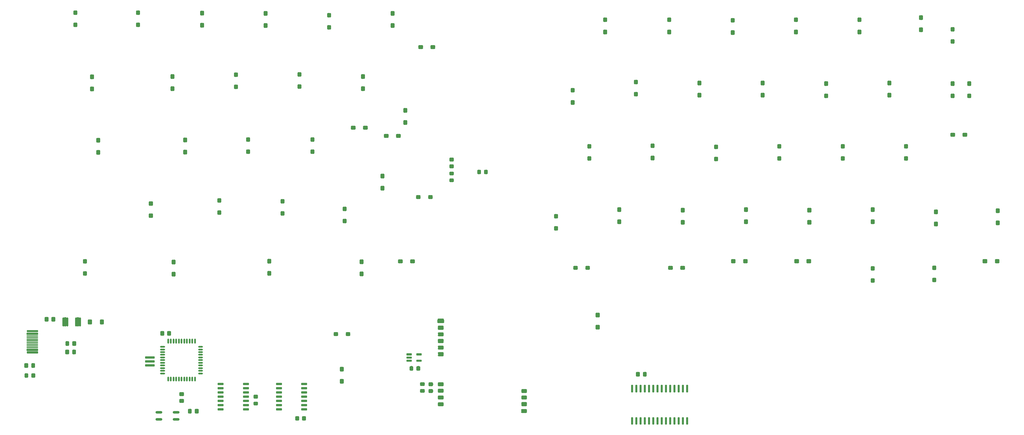
<source format=gbr>
%TF.GenerationSoftware,KiCad,Pcbnew,8.0.2-1*%
%TF.CreationDate,2024-05-14T21:34:08+09:00*%
%TF.ProjectId,us,75732e6b-6963-4616-945f-706362585858,rev?*%
%TF.SameCoordinates,Original*%
%TF.FileFunction,Paste,Bot*%
%TF.FilePolarity,Positive*%
%FSLAX46Y46*%
G04 Gerber Fmt 4.6, Leading zero omitted, Abs format (unit mm)*
G04 Created by KiCad (PCBNEW 8.0.2-1) date 2024-05-14 21:34:08*
%MOMM*%
%LPD*%
G01*
G04 APERTURE LIST*
%ADD10C,0.500000*%
%ADD11C,0.700000*%
%ADD12C,0.300000*%
%ADD13C,0.650010*%
%ADD14C,0.350010*%
%ADD15C,0.600000*%
%ADD16C,0.550010*%
%ADD17C,1.170030*%
%ADD18C,0.629970*%
%ADD19C,0.624990*%
%ADD20C,0.000000*%
%ADD21C,0.800000*%
G04 APERTURE END LIST*
D10*
X139650000Y44030000D02*
X141190000Y44020000D01*
X139690000Y44860000D02*
X141150000Y44860000D01*
D11*
X139710000Y44390000D02*
X141100000Y44390000D01*
D10*
X139805035Y41999970D02*
X141054965Y41999970D01*
X139805035Y42700000D02*
X141054965Y42700000D01*
D11*
X139904855Y42349980D02*
X140954885Y42349980D01*
D10*
X139815035Y40029970D02*
X141064965Y40029970D01*
X139815035Y40730000D02*
X141064965Y40730000D01*
D11*
X139914855Y40379980D02*
X140964885Y40379980D01*
D10*
X139785035Y38029970D02*
X141034965Y38029970D01*
X139785035Y38730000D02*
X141034965Y38730000D01*
D11*
X139884855Y38379980D02*
X140934885Y38379980D01*
D10*
X139815035Y36049970D02*
X141064965Y36049970D01*
X139815035Y36750000D02*
X141064965Y36750000D01*
D11*
X139914855Y36399980D02*
X140964885Y36399980D01*
D10*
X139815035Y34049970D02*
X141064965Y34049970D01*
X139815035Y34750000D02*
X141064965Y34750000D01*
D11*
X139914855Y34399980D02*
X140964885Y34399980D01*
D10*
X164815035Y23019970D02*
X166064965Y23019970D01*
X164815035Y23720000D02*
X166064965Y23720000D01*
D11*
X164914855Y23369980D02*
X165964885Y23369980D01*
D10*
X164805035Y21049970D02*
X166054965Y21049970D01*
X164805035Y21750000D02*
X166054965Y21750000D01*
D11*
X164904855Y21399980D02*
X165954885Y21399980D01*
D10*
X164805035Y19059970D02*
X166054965Y19059970D01*
X164805035Y19760000D02*
X166054965Y19760000D01*
D11*
X164904855Y19409980D02*
X165954885Y19409980D01*
D10*
X164795035Y16999970D02*
X166044965Y16999970D01*
X164795035Y17700000D02*
X166044965Y17700000D01*
D11*
X164894855Y17349980D02*
X165944885Y17349980D01*
D10*
X139795035Y19039970D02*
X141044965Y19039970D01*
X139795035Y19740000D02*
X141044965Y19740000D01*
D11*
X139894855Y19389980D02*
X140944885Y19389980D01*
D10*
X139795035Y21049970D02*
X141044965Y21049970D01*
X139795035Y21750000D02*
X141044965Y21750000D01*
D11*
X139894855Y21399980D02*
X140944885Y21399980D01*
D10*
X139780150Y23049990D02*
X141030080Y23049990D01*
X139780150Y23750020D02*
X141030080Y23750020D01*
D11*
X139879970Y23400000D02*
X140930000Y23400000D01*
D12*
X16400020Y41330120D02*
X19450050Y41330120D01*
X16400020Y41479980D02*
X19450050Y41479980D01*
X16400020Y41180000D02*
X19450050Y41180000D01*
X16349980Y40530020D02*
X19450050Y40530020D01*
X16349980Y40679880D02*
X19450050Y40679880D01*
X16349980Y40379900D02*
X19450050Y40379900D01*
X16349980Y39880030D02*
X19450050Y39880030D01*
X16349980Y39379910D02*
X19450050Y39379910D01*
X16349980Y38880030D02*
X19450050Y38880030D01*
X16400020Y34930080D02*
X19450050Y34930080D01*
X16400020Y35079940D02*
X19450050Y35079940D01*
X16400020Y34779970D02*
X19450050Y34779970D01*
X16349980Y35729930D02*
X19450050Y35729930D01*
X16349980Y35880040D02*
X19450050Y35880040D01*
X16349980Y35580070D02*
X19450050Y35580070D01*
X16349980Y36379910D02*
X19450050Y36379910D01*
X16349980Y36880040D02*
X19450050Y36880040D01*
X16349980Y37379910D02*
X19450050Y37379910D01*
X16349980Y37880040D02*
X19450050Y37880040D01*
X16349980Y38379910D02*
X19450050Y38379910D01*
D13*
X67200020Y16925040D02*
X67200020Y17675100D01*
D10*
X66874900Y16850110D02*
X66874900Y17750030D01*
X67524880Y16850110D02*
X67524880Y17750030D01*
D13*
X65149980Y16925040D02*
X65149980Y17675100D01*
D10*
X64825120Y16850110D02*
X64825120Y17750030D01*
X65475100Y16850110D02*
X65475100Y17750030D01*
D12*
X214336120Y23100030D02*
X214336120Y24999950D01*
X214186260Y23100030D02*
X214186260Y24999950D01*
X214486240Y23100030D02*
X214486240Y24999950D01*
X214336120Y13400020D02*
X214336120Y15299940D01*
X214186260Y13400020D02*
X214186260Y15299940D01*
X214486240Y13400020D02*
X214486240Y15299940D01*
X213066120Y23100030D02*
X213066120Y24999950D01*
X212916260Y23100030D02*
X212916260Y24999950D01*
X213216240Y23100030D02*
X213216240Y24999950D01*
X213066120Y13400020D02*
X213066120Y15299940D01*
X212916260Y13400020D02*
X212916260Y15299940D01*
X213216240Y13400020D02*
X213216240Y15299940D01*
X211796120Y23100030D02*
X211796120Y24999950D01*
X211646260Y23100030D02*
X211646260Y24999950D01*
X211946240Y23100030D02*
X211946240Y24999950D01*
X211796120Y13400020D02*
X211796120Y15299940D01*
X211646260Y13400020D02*
X211646260Y15299940D01*
X211946240Y13400020D02*
X211946240Y15299940D01*
X210526120Y23100030D02*
X210526120Y24999950D01*
X210376260Y23100030D02*
X210376260Y24999950D01*
X210676240Y23100030D02*
X210676240Y24999950D01*
X210526120Y13400020D02*
X210526120Y15299940D01*
X210376260Y13400020D02*
X210376260Y15299940D01*
X210676240Y13400020D02*
X210676240Y15299940D01*
X209256120Y23100030D02*
X209256120Y24999950D01*
X209106260Y23100030D02*
X209106260Y24999950D01*
X209406240Y23100030D02*
X209406240Y24999950D01*
X209256120Y13400020D02*
X209256120Y15299940D01*
X209106260Y13400020D02*
X209106260Y15299940D01*
X209406240Y13400020D02*
X209406240Y15299940D01*
X207986120Y23100030D02*
X207986120Y24999950D01*
X207836260Y23100030D02*
X207836260Y24999950D01*
X208136240Y23100030D02*
X208136240Y24999950D01*
X207986120Y13400020D02*
X207986120Y15299940D01*
X207836260Y13400020D02*
X207836260Y15299940D01*
X208136240Y13400020D02*
X208136240Y15299940D01*
X206716120Y23100030D02*
X206716120Y24999950D01*
X206566260Y23100030D02*
X206566260Y24999950D01*
X206866240Y23100030D02*
X206866240Y24999950D01*
X206716120Y13400020D02*
X206716120Y15299940D01*
X206566260Y13400020D02*
X206566260Y15299940D01*
X206866240Y13400020D02*
X206866240Y15299940D01*
X205446120Y23100030D02*
X205446120Y24999950D01*
X205296260Y23100030D02*
X205296260Y24999950D01*
X205596240Y23100030D02*
X205596240Y24999950D01*
X205446120Y13400020D02*
X205446120Y15299940D01*
X205296260Y13400020D02*
X205296260Y15299940D01*
X205596240Y13400020D02*
X205596240Y15299940D01*
X204176120Y23100030D02*
X204176120Y24999950D01*
X204026260Y23100030D02*
X204026260Y24999950D01*
X204326240Y23100030D02*
X204326240Y24999950D01*
X204176120Y13400020D02*
X204176120Y15299940D01*
X204026260Y13400020D02*
X204026260Y15299940D01*
X204326240Y13400020D02*
X204326240Y15299940D01*
X202906120Y23100030D02*
X202906120Y24999950D01*
X202756260Y23100030D02*
X202756260Y24999950D01*
X203056240Y23100030D02*
X203056240Y24999950D01*
X202906120Y13400020D02*
X202906120Y15299940D01*
X202756260Y13400020D02*
X202756260Y15299940D01*
X203056240Y13400020D02*
X203056240Y15299940D01*
X201636120Y23100030D02*
X201636120Y24999950D01*
X201486260Y23100030D02*
X201486260Y24999950D01*
X201786240Y23100030D02*
X201786240Y24999950D01*
X201636120Y13400020D02*
X201636120Y15299940D01*
X201486260Y13400020D02*
X201486260Y15299940D01*
X201786240Y13400020D02*
X201786240Y15299940D01*
X200366120Y23100030D02*
X200366120Y24999950D01*
X200216260Y23100030D02*
X200216260Y24999950D01*
X200516240Y23100030D02*
X200516240Y24999950D01*
X200366120Y13400020D02*
X200366120Y15299940D01*
X200216260Y13400020D02*
X200216260Y15299940D01*
X200516240Y13400020D02*
X200516240Y15299940D01*
X199096120Y23100030D02*
X199096120Y24999950D01*
X198946260Y23100030D02*
X198946260Y24999950D01*
X199246240Y23100030D02*
X199246240Y24999950D01*
X199096120Y13400020D02*
X199096120Y15299940D01*
X198946260Y13400020D02*
X198946260Y15299940D01*
X199246240Y13400020D02*
X199246240Y15299940D01*
X197826120Y23100030D02*
X197826120Y24999950D01*
X197676260Y23100030D02*
X197676260Y24999950D01*
X197976240Y23100030D02*
X197976240Y24999950D01*
X197826120Y13400020D02*
X197826120Y15299940D01*
X197676260Y13400020D02*
X197676260Y15299940D01*
X197976240Y13400020D02*
X197976240Y15299940D01*
D14*
X91149930Y25439880D02*
X92600020Y25439880D01*
X91149930Y25614880D02*
X92600020Y25614880D01*
X91149930Y25265130D02*
X92600020Y25265130D01*
X98750120Y25439880D02*
X100199950Y25439880D01*
X98750120Y25614880D02*
X100199950Y25614880D01*
X98750120Y25265130D02*
X100199950Y25265130D01*
X91149930Y24169880D02*
X92600020Y24169880D01*
X91149930Y24344880D02*
X92600020Y24344880D01*
X91149930Y23995130D02*
X92600020Y23995130D01*
X98750120Y24169880D02*
X100199950Y24169880D01*
X98750120Y24344880D02*
X100199950Y24344880D01*
X98750120Y23995130D02*
X100199950Y23995130D01*
X91149930Y22899880D02*
X92600020Y22899880D01*
X91149930Y23074880D02*
X92600020Y23074880D01*
X91149930Y22725130D02*
X92600020Y22725130D01*
X98750120Y22899880D02*
X100199950Y22899880D01*
X98750120Y23074880D02*
X100199950Y23074880D01*
X98750120Y22725130D02*
X100199950Y22725130D01*
X91149930Y21629880D02*
X92600020Y21629880D01*
X91149930Y21804880D02*
X92600020Y21804880D01*
X91149930Y21455130D02*
X92600020Y21455130D01*
X98750120Y21629880D02*
X100199950Y21629880D01*
X98750120Y21804880D02*
X100199950Y21804880D01*
X98750120Y21455130D02*
X100199950Y21455130D01*
X91149930Y20359880D02*
X92600020Y20359880D01*
X91149930Y20534880D02*
X92600020Y20534880D01*
X91149930Y20185130D02*
X92600020Y20185130D01*
X98750120Y20359880D02*
X100199950Y20359880D01*
X98750120Y20534880D02*
X100199950Y20534880D01*
X98750120Y20185130D02*
X100199950Y20185130D01*
X91149930Y19089880D02*
X92600020Y19089880D01*
X91149930Y19264880D02*
X92600020Y19264880D01*
X91149930Y18915130D02*
X92600020Y18915130D01*
X98750120Y19089880D02*
X100199950Y19089880D01*
X98750120Y19264880D02*
X100199950Y19264880D01*
X98750120Y18915130D02*
X100199950Y18915130D01*
X91149930Y17819880D02*
X92600020Y17819880D01*
X91149930Y17994880D02*
X92600020Y17994880D01*
X91149930Y17645130D02*
X92600020Y17645130D01*
X98750120Y17819880D02*
X100199950Y17819880D01*
X98750120Y17994880D02*
X100199950Y17994880D01*
X98750120Y17645130D02*
X100199950Y17645130D01*
D15*
X110674910Y29554930D02*
X110674910Y30355030D01*
X110374940Y29554930D02*
X110374940Y30355030D01*
X110974890Y29554930D02*
X110974890Y30355030D01*
X110674910Y25904950D02*
X110674910Y26705050D01*
X110374940Y25904950D02*
X110374940Y26705050D01*
X110974890Y25904950D02*
X110974890Y26705050D01*
X122925080Y87555070D02*
X122925080Y88354920D01*
X122625100Y87555070D02*
X122625100Y88354920D01*
X123225050Y87555070D02*
X123225050Y88354920D01*
X122925080Y83905090D02*
X122925080Y84704940D01*
X122625100Y83905090D02*
X122625100Y84704940D01*
X123225050Y83905090D02*
X123225050Y84704940D01*
D16*
X67900040Y28630120D02*
X68850000Y28630120D01*
X67900040Y29429960D02*
X68850000Y29429960D01*
X67900040Y30230060D02*
X68850000Y30230060D01*
X67900040Y31029910D02*
X68850000Y31029910D01*
X67900040Y31830010D02*
X68850000Y31830010D01*
X67900040Y32630110D02*
X68850000Y32630110D01*
X67900040Y33429960D02*
X68850000Y33429960D01*
X67900040Y34230060D02*
X68850000Y34230060D01*
X67900040Y35029900D02*
X68850000Y35029900D01*
X67900040Y35830000D02*
X68850000Y35830000D01*
X67900040Y36630100D02*
X68850000Y36630100D01*
X66675000Y37854890D02*
X66675000Y38805100D01*
X65874900Y37854890D02*
X65874900Y38805100D01*
X65075050Y37854890D02*
X65075050Y38805100D01*
X64274950Y37854890D02*
X64274950Y38805100D01*
X63475110Y37854890D02*
X63475110Y38805100D01*
X62675010Y37854890D02*
X62675010Y38805100D01*
X61874910Y37854890D02*
X61874910Y38805100D01*
X61075060Y37854890D02*
X61075060Y38805100D01*
X60274960Y37854890D02*
X60274960Y38805100D01*
X59475120Y37854890D02*
X59475120Y38805100D01*
X58675020Y37854890D02*
X58675020Y38805100D01*
X56500010Y36630100D02*
X57449970Y36630100D01*
X56500010Y35830000D02*
X57449970Y35830000D01*
X56500010Y35029900D02*
X57449970Y35029900D01*
X56500010Y34230060D02*
X57449970Y34230060D01*
X56500010Y33429960D02*
X57449970Y33429960D01*
X56500010Y32630110D02*
X57449970Y32630110D01*
X56500010Y31830010D02*
X57449970Y31830010D01*
X56500010Y31029910D02*
X57449970Y31029910D01*
X56500010Y30230060D02*
X57449970Y30230060D01*
X56500010Y29429960D02*
X57449970Y29429960D01*
X56500010Y28630120D02*
X57449970Y28630120D01*
X58675020Y26455120D02*
X58675020Y27405080D01*
X59475120Y26455120D02*
X59475120Y27405080D01*
X60274960Y26455120D02*
X60274960Y27405080D01*
X61075060Y26455120D02*
X61075060Y27405080D01*
X61874910Y26455120D02*
X61874910Y27405080D01*
X62675010Y26455120D02*
X62675010Y27405080D01*
X63475110Y26455120D02*
X63475110Y27405080D01*
X64274950Y26455120D02*
X64274950Y27405080D01*
X65075050Y26455120D02*
X65075050Y27405080D01*
X65874900Y26455120D02*
X65874900Y27405080D01*
X66675000Y26455120D02*
X66675000Y27405080D01*
D15*
X241949990Y92829890D02*
X241949990Y93629990D01*
X241650010Y92829890D02*
X241650010Y93629990D01*
X242249960Y92829890D02*
X242249960Y93629990D01*
X241949990Y96480120D02*
X241949990Y97279970D01*
X241650010Y96480120D02*
X241650010Y97279970D01*
X242249960Y96480120D02*
X242249960Y97279970D01*
X59894980Y117424960D02*
X59894980Y118225060D01*
X59595000Y117424960D02*
X59595000Y118225060D01*
X60194950Y117424960D02*
X60194950Y118225060D01*
X59894980Y113774980D02*
X59894980Y114575080D01*
X59595000Y113774980D02*
X59595000Y114575080D01*
X60194950Y113774980D02*
X60194950Y114575080D01*
X87834980Y136394950D02*
X87834980Y137195050D01*
X87535000Y136394950D02*
X87535000Y137195050D01*
X88134950Y136394950D02*
X88134950Y137195050D01*
X87834980Y132744970D02*
X87834980Y133545070D01*
X87535000Y132744970D02*
X87535000Y133545070D01*
X88134950Y132744970D02*
X88134950Y133545070D01*
X78944980Y117979950D02*
X78944980Y118780050D01*
X78645000Y117979950D02*
X78645000Y118780050D01*
X79244950Y117979950D02*
X79244950Y118780050D01*
X78944980Y114329970D02*
X78944980Y115130070D01*
X78645000Y114329970D02*
X78645000Y115130070D01*
X79244950Y114329970D02*
X79244950Y115130070D01*
X97994980Y114409980D02*
X97994980Y115210080D01*
X97695000Y114409980D02*
X97695000Y115210080D01*
X98294950Y114409980D02*
X98294950Y115210080D01*
X97994980Y118059960D02*
X97994980Y118860060D01*
X97695000Y118059960D02*
X97695000Y118860060D01*
X98294950Y118059960D02*
X98294950Y118860060D01*
X129744980Y107264960D02*
X129744980Y108065060D01*
X129445000Y107264960D02*
X129445000Y108065060D01*
X130044950Y107264960D02*
X130044950Y108065060D01*
X129744980Y103614980D02*
X129744980Y104415080D01*
X129445000Y103614980D02*
X129445000Y104415080D01*
X130044950Y103614980D02*
X130044950Y104415080D01*
X37669980Y98294950D02*
X37669980Y99095050D01*
X37370000Y98294950D02*
X37370000Y99095050D01*
X37969950Y98294950D02*
X37969950Y99095050D01*
X37669980Y94644970D02*
X37669980Y95445070D01*
X37370000Y94644970D02*
X37370000Y95445070D01*
X37969950Y94644970D02*
X37969950Y95445070D01*
X63704980Y98374960D02*
X63704980Y99175060D01*
X63405000Y98374960D02*
X63405000Y99175060D01*
X64004950Y98374960D02*
X64004950Y99175060D01*
X63704980Y94724980D02*
X63704980Y95525080D01*
X63405000Y94724980D02*
X63405000Y95525080D01*
X64004950Y94724980D02*
X64004950Y95525080D01*
X82627980Y98501960D02*
X82627980Y99302060D01*
X82328000Y98501960D02*
X82328000Y99302060D01*
X82927950Y98501960D02*
X82927950Y99302060D01*
X82627980Y94851980D02*
X82627980Y95652080D01*
X82328000Y94851980D02*
X82328000Y95652080D01*
X82927950Y94851980D02*
X82927950Y95652080D01*
X101931980Y98501960D02*
X101931980Y99302060D01*
X101632000Y98501960D02*
X101632000Y99302060D01*
X102231950Y98501960D02*
X102231950Y99302060D01*
X101931980Y94851980D02*
X101931980Y95652080D01*
X101632000Y94851980D02*
X101632000Y95652080D01*
X102231950Y94851980D02*
X102231950Y95652080D01*
X113723930Y102458010D02*
X114524030Y102458010D01*
X113723930Y102757990D02*
X114524030Y102757990D01*
X113723930Y102158040D02*
X114524030Y102158040D01*
X117373910Y102458010D02*
X118174010Y102458010D01*
X117373910Y102757990D02*
X118174010Y102757990D01*
X117373910Y102158040D02*
X118174010Y102158040D01*
X127279910Y100045010D02*
X128080010Y100045010D01*
X127279910Y100344990D02*
X128080010Y100344990D01*
X127279910Y99745040D02*
X128080010Y99745040D01*
X123629930Y100045010D02*
X124430030Y100045010D01*
X123629930Y100344990D02*
X124430030Y100344990D01*
X123629930Y99745040D02*
X124430030Y99745040D01*
X53425090Y79304900D02*
X53425090Y80105000D01*
X53125120Y79304900D02*
X53125120Y80105000D01*
X53725060Y79304900D02*
X53725060Y80105000D01*
X53425090Y75654920D02*
X53425090Y76455020D01*
X53125120Y75654920D02*
X53125120Y76455020D01*
X53725060Y75654920D02*
X53725060Y76455020D01*
X73991980Y80213960D02*
X73991980Y81014060D01*
X73692000Y80213960D02*
X73692000Y81014060D01*
X74291950Y80213960D02*
X74291950Y81014060D01*
X73991980Y76563980D02*
X73991980Y77364080D01*
X73692000Y76563980D02*
X73692000Y77364080D01*
X74291950Y76563980D02*
X74291950Y77364080D01*
X92914980Y79959960D02*
X92914980Y80760060D01*
X92615000Y79959960D02*
X92615000Y80760060D01*
X93214950Y79959960D02*
X93214950Y80760060D01*
X92914980Y76309980D02*
X92914980Y77110080D01*
X92615000Y76309980D02*
X92615000Y77110080D01*
X93214950Y76309980D02*
X93214950Y77110080D01*
X111583980Y77673960D02*
X111583980Y78474060D01*
X111284000Y77673960D02*
X111284000Y78474060D01*
X111883950Y77673960D02*
X111883950Y78474060D01*
X111583980Y74023980D02*
X111583980Y74824080D01*
X111284000Y74023980D02*
X111284000Y74824080D01*
X111883950Y74023980D02*
X111883950Y74824080D01*
X33675070Y58275980D02*
X33675070Y59076080D01*
X33375090Y58275980D02*
X33375090Y59076080D01*
X33975040Y58275980D02*
X33975040Y59076080D01*
X33675070Y61925960D02*
X33675070Y62726060D01*
X33375090Y61925960D02*
X33375090Y62726060D01*
X33975040Y61925960D02*
X33975040Y62726060D01*
X60275980Y61718950D02*
X60275980Y62519050D01*
X59976000Y61718950D02*
X59976000Y62519050D01*
X60575950Y61718950D02*
X60575950Y62519050D01*
X60275980Y58068970D02*
X60275980Y58869070D01*
X59976000Y58068970D02*
X59976000Y58869070D01*
X60575950Y58068970D02*
X60575950Y58869070D01*
X35764980Y117344950D02*
X35764980Y118145050D01*
X35465000Y117344950D02*
X35465000Y118145050D01*
X36064950Y117344950D02*
X36064950Y118145050D01*
X35764980Y113694970D02*
X35764980Y114495070D01*
X35465000Y113694970D02*
X35465000Y114495070D01*
X36064950Y113694970D02*
X36064950Y114495070D01*
X269949930Y56155080D02*
X269949930Y56954930D01*
X269649960Y56155080D02*
X269649960Y56954930D01*
X270249900Y56155080D02*
X270249900Y56954930D01*
X269949930Y59805060D02*
X269949930Y60604910D01*
X269649960Y59805060D02*
X269649960Y60604910D01*
X270249900Y59805060D02*
X270249900Y60604910D01*
X306874930Y62380110D02*
X307675030Y62380110D01*
X306874930Y62680090D02*
X307675030Y62680090D01*
X306874930Y62079890D02*
X307675030Y62079890D01*
X303224950Y62380110D02*
X304025050Y62380110D01*
X303224950Y62680090D02*
X304025050Y62680090D01*
X303224950Y62079890D02*
X304025050Y62079890D01*
X288450020Y56330090D02*
X288450020Y57129930D01*
X288150050Y56330090D02*
X288150050Y57129930D01*
X288749990Y56330090D02*
X288749990Y57129930D01*
X288450020Y59980070D02*
X288450020Y60779910D01*
X288150050Y59980070D02*
X288150050Y60779910D01*
X288749990Y59980070D02*
X288749990Y60779910D01*
X136884920Y81630010D02*
X137685020Y81630010D01*
X136884920Y81929990D02*
X137685020Y81929990D01*
X136884920Y81330040D02*
X137685020Y81330040D01*
X133234940Y81630010D02*
X134035040Y81630010D01*
X133234940Y81929990D02*
X134035040Y81929990D01*
X133234940Y81330040D02*
X134035040Y81330040D01*
X108499910Y40479980D02*
X109300010Y40479980D01*
X108499910Y40779950D02*
X109300010Y40779950D01*
X108499910Y40180010D02*
X109300010Y40180010D01*
X112149890Y40479980D02*
X112949990Y40479980D01*
X112149890Y40779950D02*
X112949990Y40779950D01*
X112149890Y40180010D02*
X112949990Y40180010D01*
X231374950Y62380110D02*
X232175050Y62380110D01*
X231374950Y62680090D02*
X232175050Y62680090D01*
X231374950Y62079890D02*
X232175050Y62079890D01*
X227724970Y62380110D02*
X228525070Y62380110D01*
X227724970Y62680090D02*
X228525070Y62680090D01*
X227724970Y62079890D02*
X228525070Y62079890D01*
X250374910Y62380110D02*
X251175010Y62380110D01*
X250374910Y62680090D02*
X251175010Y62680090D01*
X250374910Y62079890D02*
X251175010Y62079890D01*
X246724930Y62380110D02*
X247525030Y62380110D01*
X246724930Y62680090D02*
X247525030Y62680090D01*
X246724930Y62079890D02*
X247525030Y62079890D01*
X193950080Y73829930D02*
X193950080Y74630030D01*
X193650110Y73829930D02*
X193650110Y74630030D01*
X194250060Y73829930D02*
X194250060Y74630030D01*
X193950080Y77479910D02*
X193950080Y78280010D01*
X193650110Y77479910D02*
X193650110Y78280010D01*
X194250060Y77479910D02*
X194250060Y78280010D01*
X217950030Y111830100D02*
X217950030Y112629950D01*
X217650060Y111830100D02*
X217650060Y112629950D01*
X218250010Y111830100D02*
X218250010Y112629950D01*
X217950030Y115480080D02*
X217950030Y116279930D01*
X217650060Y115480080D02*
X217650060Y116279930D01*
X218250010Y115480080D02*
X218250010Y116279930D01*
X298950130Y111655100D02*
X298950130Y112454940D01*
X298649900Y111655100D02*
X298649900Y112454940D01*
X299250100Y111655100D02*
X299250100Y112454940D01*
X298950130Y115305080D02*
X298950130Y116104920D01*
X298649900Y115305080D02*
X298649900Y116104920D01*
X299250100Y115305080D02*
X299250100Y116104920D01*
X184950100Y92829890D02*
X184950100Y93629990D01*
X184650130Y92829890D02*
X184650130Y93629990D01*
X185250070Y92829890D02*
X185250070Y93629990D01*
X184950100Y96480120D02*
X184950100Y97279970D01*
X184650130Y96480120D02*
X184650130Y97279970D01*
X185250070Y96480120D02*
X185250070Y97279970D01*
X203950060Y92980000D02*
X203950060Y93780100D01*
X203650090Y92980000D02*
X203650090Y93780100D01*
X204250040Y92980000D02*
X204250040Y93780100D01*
X203950060Y96629980D02*
X203950060Y97430080D01*
X203650090Y96629980D02*
X203650090Y97430080D01*
X204250040Y96629980D02*
X204250040Y97430080D01*
X222950020Y92654880D02*
X222950020Y93454980D01*
X222650050Y92654880D02*
X222650050Y93454980D01*
X223250000Y92654880D02*
X223250000Y93454980D01*
X222950020Y96305120D02*
X222950020Y97104960D01*
X222650050Y96305120D02*
X222650050Y97104960D01*
X223250000Y96305120D02*
X223250000Y97104960D01*
X236950000Y111830100D02*
X236950000Y112629950D01*
X236650020Y111830100D02*
X236650020Y112629950D01*
X237249970Y111830100D02*
X237249970Y112629950D01*
X236950000Y115480080D02*
X236950000Y116279930D01*
X236650020Y115480080D02*
X236650020Y116279930D01*
X237249970Y115480080D02*
X237249970Y116279930D01*
X255949960Y111655100D02*
X255949960Y112454940D01*
X255649980Y111655100D02*
X255649980Y112454940D01*
X256249930Y111655100D02*
X256249930Y112454940D01*
X255949960Y115305080D02*
X255949960Y116104920D01*
X255649980Y115305080D02*
X255649980Y116104920D01*
X256249930Y115305080D02*
X256249930Y116104920D01*
X274949920Y111830100D02*
X274949920Y112629950D01*
X274649950Y111830100D02*
X274649950Y112629950D01*
X275249890Y111830100D02*
X275249890Y112629950D01*
X274949920Y115480080D02*
X274949920Y116279930D01*
X274649950Y115480080D02*
X274649950Y116279930D01*
X275249890Y115480080D02*
X275249890Y116279930D01*
X68784980Y136474960D02*
X68784980Y137275060D01*
X68485000Y136474960D02*
X68485000Y137275060D01*
X69084950Y136474960D02*
X69084950Y137275060D01*
X68784980Y132824980D02*
X68784980Y133625080D01*
X68485000Y132824980D02*
X68485000Y133625080D01*
X69084950Y132824980D02*
X69084950Y133625080D01*
X88924890Y61980060D02*
X88924890Y62779910D01*
X88624920Y61980060D02*
X88624920Y62779910D01*
X89225120Y61980060D02*
X89225120Y62779910D01*
X88924890Y58330080D02*
X88924890Y59129930D01*
X88624920Y58330080D02*
X88624920Y59129930D01*
X89225120Y58330080D02*
X89225120Y59129930D01*
X293949880Y111655100D02*
X293949880Y112454940D01*
X293649910Y111655100D02*
X293649910Y112454940D01*
X294250110Y111655100D02*
X294250110Y112454940D01*
X293949880Y115305080D02*
X293949880Y116104920D01*
X293649910Y115305080D02*
X293649910Y116104920D01*
X294250110Y115305080D02*
X294250110Y116104920D01*
X137599930Y126715010D02*
X138400030Y126715010D01*
X137599930Y127014990D02*
X138400030Y127014990D01*
X137599930Y126415040D02*
X138400030Y126415040D01*
X133949950Y126715010D02*
X134750050Y126715010D01*
X133949950Y127014990D02*
X134750050Y127014990D01*
X133949950Y126415040D02*
X134750050Y126415040D01*
X116663980Y61805060D02*
X116663980Y62604900D01*
X116364000Y61805060D02*
X116364000Y62604900D01*
X116963950Y61805060D02*
X116963950Y62604900D01*
X116663980Y58155080D02*
X116663980Y58954920D01*
X116364000Y58155080D02*
X116364000Y58954920D01*
X116963950Y58155080D02*
X116963950Y58954920D01*
X184049920Y60380120D02*
X184850020Y60380120D01*
X184049920Y60680090D02*
X184850020Y60680090D01*
X184049920Y60079890D02*
X184850020Y60079890D01*
X180399940Y60380120D02*
X181200040Y60380120D01*
X180399940Y60680090D02*
X181200040Y60680090D01*
X180399940Y60079890D02*
X181200040Y60079890D01*
X174950120Y71829930D02*
X174950120Y72630030D01*
X174649890Y71829930D02*
X174649890Y72630030D01*
X175250090Y71829930D02*
X175250090Y72630030D01*
X174950120Y75479910D02*
X174950120Y76280010D01*
X174649890Y75479910D02*
X174649890Y76280010D01*
X175250090Y75479910D02*
X175250090Y76280010D01*
X260949950Y92829890D02*
X260949950Y93629990D01*
X260649970Y92829890D02*
X260649970Y93629990D01*
X261249920Y92829890D02*
X261249920Y93629990D01*
X260949950Y96480120D02*
X260949950Y97279970D01*
X260649970Y96480120D02*
X260649970Y97279970D01*
X261249920Y96480120D02*
X261249920Y97279970D01*
X131503930Y62326010D02*
X132304030Y62326010D01*
X131503930Y62625990D02*
X132304030Y62625990D01*
X131503930Y62026040D02*
X132304030Y62026040D01*
X127853950Y62326010D02*
X128654050Y62326010D01*
X127853950Y62625990D02*
X128654050Y62625990D01*
X127853950Y62026040D02*
X128654050Y62026040D01*
X265949940Y130830070D02*
X265949940Y131629910D01*
X265649960Y130830070D02*
X265649960Y131629910D01*
X266249910Y130830070D02*
X266249910Y131629910D01*
X265949940Y134480050D02*
X265949940Y135279890D01*
X265649960Y134480050D02*
X265649960Y135279890D01*
X266249910Y134480050D02*
X266249910Y135279890D01*
X179950110Y109655100D02*
X179950110Y110454950D01*
X179649880Y109655100D02*
X179649880Y110454950D01*
X180250080Y109655100D02*
X180250080Y110454950D01*
X179950110Y113305080D02*
X179950110Y114104930D01*
X179649880Y113305080D02*
X179649880Y114104930D01*
X180250080Y113305080D02*
X180250080Y114104930D01*
X208900010Y60380120D02*
X209700110Y60380120D01*
X208900010Y60680090D02*
X209700110Y60680090D01*
X208900010Y60079890D02*
X209700110Y60079890D01*
X212549990Y60380120D02*
X213350090Y60380120D01*
X212549990Y60680090D02*
X213350090Y60680090D01*
X212549990Y60079890D02*
X213350090Y60079890D01*
X269949930Y73829930D02*
X269949930Y74630030D01*
X269649960Y73829930D02*
X269649960Y74630030D01*
X270249900Y73829930D02*
X270249900Y74630030D01*
X269949930Y77479910D02*
X269949930Y78280010D01*
X269649960Y77479910D02*
X269649960Y78280010D01*
X270249900Y77479910D02*
X270249900Y78280010D01*
X284450030Y131480050D02*
X284450030Y132279900D01*
X284150050Y131480050D02*
X284150050Y132279900D01*
X284750000Y131480050D02*
X284750000Y132279900D01*
X284450030Y135130030D02*
X284450030Y135929880D01*
X284150050Y135130030D02*
X284150050Y135929880D01*
X284750000Y135130030D02*
X284750000Y135929880D01*
X246949980Y130830070D02*
X246949980Y131629910D01*
X246650000Y130830070D02*
X246650000Y131629910D01*
X247249950Y130830070D02*
X247249950Y131629910D01*
X246949980Y134480050D02*
X246949980Y135279890D01*
X246650000Y134480050D02*
X246650000Y135279890D01*
X247249950Y134480050D02*
X247249950Y135279890D01*
X198950070Y112154970D02*
X198950070Y112955070D01*
X198650100Y112154970D02*
X198650100Y112955070D01*
X199250050Y112154970D02*
X199250050Y112955070D01*
X198950070Y115804950D02*
X198950070Y116605050D01*
X198650100Y115804950D02*
X198650100Y116605050D01*
X199250050Y115804950D02*
X199250050Y116605050D01*
X208950050Y130830070D02*
X208950050Y131629910D01*
X208650080Y130830070D02*
X208650080Y131629910D01*
X209250030Y130830070D02*
X209250030Y131629910D01*
X208950050Y134480050D02*
X208950050Y135279890D01*
X208650080Y134480050D02*
X208650080Y135279890D01*
X209250030Y134480050D02*
X209250030Y135279890D01*
X293949880Y127979930D02*
X293949880Y128780030D01*
X293649910Y127979930D02*
X293649910Y128780030D01*
X294250110Y127979930D02*
X294250110Y128780030D01*
X293949880Y131629910D02*
X293949880Y132430010D01*
X293649910Y131629910D02*
X293649910Y132430010D01*
X294250110Y131629910D02*
X294250110Y132430010D01*
X288949890Y73155050D02*
X288949890Y73954890D01*
X288649920Y73155050D02*
X288649920Y73954890D01*
X289250120Y73155050D02*
X289250120Y73954890D01*
X288949890Y76805030D02*
X288949890Y77604870D01*
X288649920Y76805030D02*
X288649920Y77604870D01*
X289250120Y76805030D02*
X289250120Y77604870D01*
X307449980Y73479910D02*
X307449980Y74280010D01*
X307150010Y73479910D02*
X307150010Y74280010D01*
X307749960Y73479910D02*
X307749960Y74280010D01*
X307449980Y77129890D02*
X307449980Y77929990D01*
X307150010Y77129890D02*
X307150010Y77929990D01*
X307749960Y77129890D02*
X307749960Y77929990D01*
X187449970Y45805090D02*
X187449970Y46604940D01*
X187149990Y45805090D02*
X187149990Y46604940D01*
X187749940Y45805090D02*
X187749940Y46604940D01*
X187449970Y42155110D02*
X187449970Y42954960D01*
X187149990Y42155110D02*
X187149990Y42954960D01*
X187749940Y42155110D02*
X187749940Y42954960D01*
X227950010Y130655060D02*
X227950010Y131454910D01*
X227650040Y130655060D02*
X227650040Y131454910D01*
X228249990Y130655060D02*
X228249990Y131454910D01*
X227950010Y134305040D02*
X227950010Y135104890D01*
X227650040Y134305040D02*
X227650040Y135104890D01*
X228249990Y134305040D02*
X228249990Y135104890D01*
X212950040Y73654920D02*
X212950040Y74455020D01*
X212650070Y73654920D02*
X212650070Y74455020D01*
X213250020Y73654920D02*
X213250020Y74455020D01*
X212950040Y77304900D02*
X212950040Y78105000D01*
X212650070Y77304900D02*
X212650070Y78105000D01*
X213250020Y77304900D02*
X213250020Y78105000D01*
X231950010Y73829930D02*
X231950010Y74630030D01*
X231650030Y73829930D02*
X231650030Y74630030D01*
X232249980Y73829930D02*
X232249980Y74630030D01*
X231950010Y77479910D02*
X231950010Y78280010D01*
X231650030Y77479910D02*
X231650030Y78280010D01*
X232249980Y77479910D02*
X232249980Y78280010D01*
X106884980Y135839960D02*
X106884980Y136640060D01*
X106585000Y135839960D02*
X106585000Y136640060D01*
X107184950Y135839960D02*
X107184950Y136640060D01*
X106884980Y132189980D02*
X106884980Y132990080D01*
X106585000Y132189980D02*
X106585000Y132990080D01*
X107184950Y132189980D02*
X107184950Y132990080D01*
X250949970Y73654920D02*
X250949970Y74455020D01*
X250649990Y73654920D02*
X250649990Y74455020D01*
X251249940Y73654920D02*
X251249940Y74455020D01*
X250949970Y77304900D02*
X250949970Y78105000D01*
X250649990Y77304900D02*
X250649990Y78105000D01*
X251249940Y77304900D02*
X251249940Y78105000D01*
X30811980Y136601960D02*
X30811980Y137402060D01*
X30512000Y136601960D02*
X30512000Y137402060D01*
X31111950Y136601960D02*
X31111950Y137402060D01*
X30811980Y132951980D02*
X30811980Y133752080D01*
X30512000Y132951980D02*
X30512000Y133752080D01*
X31111950Y132951980D02*
X31111950Y133752080D01*
X49607980Y136601960D02*
X49607980Y137402060D01*
X49308000Y136601960D02*
X49308000Y137402060D01*
X49907950Y136601960D02*
X49907950Y137402060D01*
X49607980Y132951980D02*
X49607980Y133752080D01*
X49308000Y132951980D02*
X49308000Y133752080D01*
X49907950Y132951980D02*
X49907950Y133752080D01*
X279949910Y92829890D02*
X279949910Y93629990D01*
X279649940Y92829890D02*
X279649940Y93629990D01*
X280249880Y92829890D02*
X280249880Y93629990D01*
X279949910Y96480120D02*
X279949910Y97279970D01*
X279649940Y96480120D02*
X279649940Y97279970D01*
X280249880Y96480120D02*
X280249880Y97279970D01*
X293550090Y100380040D02*
X294349930Y100380040D01*
X293550090Y100680010D02*
X294349930Y100680010D01*
X293550090Y100080060D02*
X294349930Y100080060D01*
X297200070Y100380040D02*
X297999910Y100380040D01*
X297200070Y100680010D02*
X297999910Y100680010D01*
X297200070Y100080060D02*
X297999910Y100080060D01*
X189669930Y130824990D02*
X189669930Y131625090D01*
X189369950Y130824990D02*
X189369950Y131625090D01*
X189969900Y130824990D02*
X189969900Y131625090D01*
X189669930Y134474970D02*
X189669930Y135275070D01*
X189369950Y134474970D02*
X189369950Y135275070D01*
X189969900Y134474970D02*
X189969900Y135275070D01*
X117044980Y117424960D02*
X117044980Y118225060D01*
X116745000Y117424960D02*
X116745000Y118225060D01*
X117344950Y117424960D02*
X117344950Y118225060D01*
X117044980Y113774980D02*
X117044980Y114575080D01*
X116745000Y113774980D02*
X116745000Y114575080D01*
X117344950Y113774980D02*
X117344950Y114575080D01*
X125934980Y136394950D02*
X125934980Y137195050D01*
X125635000Y136394950D02*
X125635000Y137195050D01*
X126234950Y136394950D02*
X126234950Y137195050D01*
X125934980Y132744970D02*
X125934980Y133545070D01*
X125635000Y132744970D02*
X125635000Y133545070D01*
X126234950Y132744970D02*
X126234950Y133545070D01*
D12*
X51874930Y31029910D02*
X54475130Y31029910D01*
X51874930Y31180020D02*
X54475130Y31180020D01*
X51874930Y30880050D02*
X54475130Y30880050D01*
X51874930Y32230060D02*
X54475130Y32230060D01*
X51874930Y32379920D02*
X54475130Y32379920D01*
X51874930Y32079950D02*
X54475130Y32079950D01*
X51874930Y33429960D02*
X54475130Y33429960D01*
X51874930Y33580070D02*
X54475130Y33580070D01*
X51874930Y33280100D02*
X54475130Y33280100D01*
D14*
X73650090Y25439880D02*
X75099930Y25439880D01*
X73650090Y25614880D02*
X75099930Y25614880D01*
X73650090Y25265130D02*
X75099930Y25265130D01*
X81250030Y25439880D02*
X82700110Y25439880D01*
X81250030Y25614880D02*
X82700110Y25614880D01*
X81250030Y25265130D02*
X82700110Y25265130D01*
X73650090Y24169880D02*
X75099930Y24169880D01*
X73650090Y24344880D02*
X75099930Y24344880D01*
X73650090Y23995130D02*
X75099930Y23995130D01*
X81250030Y24169880D02*
X82700110Y24169880D01*
X81250030Y24344880D02*
X82700110Y24344880D01*
X81250030Y23995130D02*
X82700110Y23995130D01*
X73650090Y22899880D02*
X75099930Y22899880D01*
X73650090Y23074880D02*
X75099930Y23074880D01*
X73650090Y22725130D02*
X75099930Y22725130D01*
X81250030Y22899880D02*
X82700110Y22899880D01*
X81250030Y23074880D02*
X82700110Y23074880D01*
X81250030Y22725130D02*
X82700110Y22725130D01*
X73650090Y21629880D02*
X75099930Y21629880D01*
X73650090Y21804880D02*
X75099930Y21804880D01*
X73650090Y21455130D02*
X75099930Y21455130D01*
X81250030Y21629880D02*
X82700110Y21629880D01*
X81250030Y21804880D02*
X82700110Y21804880D01*
X81250030Y21455130D02*
X82700110Y21455130D01*
X73650090Y20359880D02*
X75099930Y20359880D01*
X73650090Y20534880D02*
X75099930Y20534880D01*
X73650090Y20185130D02*
X75099930Y20185130D01*
X81250030Y20359880D02*
X82700110Y20359880D01*
X81250030Y20534880D02*
X82700110Y20534880D01*
X81250030Y20185130D02*
X82700110Y20185130D01*
X73650090Y19089880D02*
X75099930Y19089880D01*
X73650090Y19264880D02*
X75099930Y19264880D01*
X73650090Y18915130D02*
X75099930Y18915130D01*
X81250030Y19089880D02*
X82700110Y19089880D01*
X81250030Y19264880D02*
X82700110Y19264880D01*
X81250030Y18915130D02*
X82700110Y18915130D01*
X73650090Y17819880D02*
X75099930Y17819880D01*
X73650090Y17994880D02*
X75099930Y17994880D01*
X73650090Y17645130D02*
X75099930Y17645130D01*
X81250030Y17819880D02*
X82700110Y17819880D01*
X81250030Y17994880D02*
X82700110Y17994880D01*
X81250030Y17645130D02*
X82700110Y17645130D01*
D12*
X130299970Y34329880D02*
X131549900Y34329880D01*
X130299970Y34479990D02*
X131549900Y34479990D01*
X130299970Y34180020D02*
X131549900Y34180020D01*
X133299960Y34329880D02*
X134549900Y34329880D01*
X133299960Y34479990D02*
X134549900Y34479990D01*
X133299960Y34180020D02*
X134549900Y34180020D01*
X130299970Y33379920D02*
X131549900Y33379920D01*
X130299970Y33530030D02*
X131549900Y33530030D01*
X130299970Y33230060D02*
X131549900Y33230060D01*
X130299970Y32429960D02*
X131549900Y32429960D01*
X130299970Y32580070D02*
X131549900Y32580070D01*
X130299970Y32280100D02*
X131549900Y32280100D01*
X133299960Y32429960D02*
X134549900Y32429960D01*
X133299960Y32580070D02*
X134549900Y32580070D01*
X133299960Y32280100D02*
X134549900Y32280100D01*
D13*
X143299940Y88680040D02*
X144050000Y88680040D01*
D10*
X143225010Y89004900D02*
X144124930Y89004900D01*
X143225010Y88354920D02*
X144124930Y88354920D01*
D13*
X143299940Y86630000D02*
X144050000Y86630000D01*
D10*
X143225010Y86955120D02*
X144124930Y86955120D01*
X143225010Y86304880D02*
X144124930Y86304880D01*
D13*
X143299940Y90829890D02*
X144050000Y90829890D01*
D10*
X143225010Y91155010D02*
X144124930Y91155010D01*
X143225010Y90505030D02*
X144124930Y90505030D01*
D13*
X143299940Y92879930D02*
X144050000Y92879930D01*
D10*
X143225010Y93205050D02*
X144124930Y93205050D01*
X143225010Y92555060D02*
X144124930Y92555060D01*
D13*
X151925020Y88754970D02*
X151925020Y89505030D01*
D10*
X151599900Y88680040D02*
X151599900Y89579960D01*
X152249890Y88680040D02*
X152249890Y89579960D01*
D13*
X153975050Y88754970D02*
X153975050Y89505030D01*
D10*
X153649930Y88680040D02*
X153649930Y89579960D01*
X154299920Y88680040D02*
X154299920Y89579960D01*
D13*
X18150080Y30625030D02*
X18150080Y31375100D01*
D10*
X17824960Y30550100D02*
X17824960Y31450030D01*
X18474940Y30550100D02*
X18474940Y31450030D01*
D13*
X16100040Y30625030D02*
X16100040Y31375100D01*
D10*
X15774920Y30550100D02*
X15774920Y31450030D01*
X16424910Y30550100D02*
X16424910Y31450030D01*
D13*
X18174970Y27625040D02*
X18174970Y28375100D01*
D10*
X17850100Y27550110D02*
X17850100Y28450030D01*
X18500090Y27550110D02*
X18500090Y28450030D01*
D13*
X16124940Y27625040D02*
X16124940Y28375100D01*
D10*
X15800070Y27550110D02*
X15800070Y28450030D01*
X16450060Y27550110D02*
X16450060Y28450030D01*
D13*
X28375100Y34677100D02*
X28375100Y35426900D01*
D10*
X28049980Y34601910D02*
X28049980Y35502090D01*
X28699970Y34601910D02*
X28699970Y35502090D01*
D13*
X30424880Y34677100D02*
X30424880Y35426900D01*
D10*
X30100020Y34601910D02*
X30100020Y35502090D01*
X30750000Y34601910D02*
X30750000Y35502090D01*
D13*
X30450030Y37217100D02*
X30450030Y37966900D01*
D10*
X30124910Y37141910D02*
X30124910Y38042090D01*
X30774890Y37141910D02*
X30774890Y38042090D01*
D13*
X28399990Y37217100D02*
X28399990Y37966900D01*
D10*
X28074870Y37141910D02*
X28074870Y38042090D01*
X28725110Y37141910D02*
X28725110Y38042090D01*
D13*
X134549900Y23379940D02*
X135299960Y23379940D01*
D10*
X134474970Y23705060D02*
X135374890Y23705060D01*
X134474970Y23055070D02*
X135374890Y23055070D01*
D13*
X134549900Y25429970D02*
X135299960Y25429970D01*
D10*
X134474970Y25755090D02*
X135374890Y25755090D01*
X134474970Y25105110D02*
X135374890Y25105110D01*
D13*
X137050020Y23329900D02*
X137800080Y23329900D01*
D10*
X136975090Y23655020D02*
X137875010Y23655020D01*
X136975090Y23005030D02*
X137875010Y23005030D01*
D13*
X137050020Y25379930D02*
X137800080Y25379930D01*
D10*
X136975090Y25705050D02*
X137875010Y25705050D01*
X136975090Y25055070D02*
X137875010Y25055070D01*
D17*
X27774900Y43315130D02*
X27774900Y44945050D01*
D18*
X27189940Y43044870D02*
X27189940Y45215050D01*
X28360120Y43044870D02*
X28360120Y45215050D01*
D17*
X31574990Y43315130D02*
X31574990Y44945050D01*
D18*
X30990030Y43044870D02*
X30990030Y45215050D01*
X32159960Y43044870D02*
X32159960Y45215050D01*
D19*
X35124900Y43692570D02*
X35124900Y44567600D01*
X34812480Y43692570D02*
X34812480Y44567600D01*
X35437570Y43692570D02*
X35437570Y44567600D01*
X38725090Y43692570D02*
X38725090Y44567600D01*
X38412420Y43692570D02*
X38412420Y44567600D01*
X39037510Y43692570D02*
X39037510Y44567600D01*
D13*
X84550000Y19580100D02*
X85300060Y19580100D01*
D10*
X84475070Y19904960D02*
X85374990Y19904960D01*
X84475070Y19254980D02*
X85374990Y19254980D01*
D13*
X84550000Y21629880D02*
X85300060Y21629880D01*
D10*
X84475070Y21955000D02*
X85374990Y21955000D01*
X84475070Y21305010D02*
X85374990Y21305010D01*
D13*
X97374960Y14755110D02*
X97374960Y15504920D01*
D10*
X97050100Y14679930D02*
X97050100Y15580110D01*
X97700080Y14679930D02*
X97700080Y15580110D01*
D13*
X99425000Y14755110D02*
X99425000Y15504920D01*
D10*
X99099880Y14679930D02*
X99099880Y15580110D01*
X99750120Y14679930D02*
X99750120Y15580110D01*
D13*
X56874920Y40304970D02*
X56874920Y41055040D01*
D10*
X56550050Y40230040D02*
X56550050Y41129970D01*
X57200040Y40230040D02*
X57200040Y41129970D01*
D13*
X58924950Y40304970D02*
X58924950Y41055040D01*
D10*
X58600090Y40230040D02*
X58600090Y41129970D01*
X59250070Y40230040D02*
X59250070Y41129970D01*
D13*
X131625090Y29755080D02*
X131625090Y30504890D01*
D10*
X131299970Y29679900D02*
X131299970Y30580080D01*
X131949950Y29679900D02*
X131949950Y30580080D01*
D13*
X133675120Y29755080D02*
X133675120Y30504890D01*
D10*
X133350000Y29679900D02*
X133350000Y30580080D01*
X133999990Y29679900D02*
X133999990Y30580080D01*
D13*
X62300100Y20355050D02*
X63049910Y20355050D01*
D10*
X62224920Y20679920D02*
X63125100Y20679920D01*
X62224920Y20029930D02*
X63125100Y20029930D01*
D13*
X62300100Y22405090D02*
X63049910Y22405090D01*
D10*
X62224920Y22729950D02*
X63125100Y22729950D01*
X62224920Y22079970D02*
X63125100Y22079970D01*
D13*
X22174960Y44505120D02*
X22174960Y45254930D01*
D10*
X21850100Y44429930D02*
X21850100Y45330110D01*
X22500080Y44429930D02*
X22500080Y45330110D01*
D13*
X24225000Y44505120D02*
X24225000Y45254930D01*
D10*
X23899880Y44429930D02*
X23899880Y45330110D01*
X24550120Y44429930D02*
X24550120Y45330110D01*
D13*
X199584060Y28024070D02*
X199584060Y28773880D01*
D10*
X199258940Y27948890D02*
X199258940Y28849070D01*
X199908920Y27948890D02*
X199908920Y28849070D01*
D13*
X201634090Y28024070D02*
X201634090Y28773880D01*
D10*
X201308970Y27948890D02*
X201308970Y28849070D01*
X201958960Y27948890D02*
X201958960Y28849070D01*
D11*
X139899900Y25379930D02*
X140949930Y25379930D01*
D10*
X139800080Y25729950D02*
X141050010Y25729950D01*
X139800080Y25029920D02*
X141050010Y25029920D01*
D20*
G36*
X57119560Y30885340D02*
G01*
X56830410Y30885340D01*
X56830410Y31174490D01*
X57119560Y31174490D01*
X57119560Y30885340D01*
G37*
D21*
X55194960Y14850110D02*
X56494930Y14850110D01*
X60345070Y14850110D02*
X61645040Y14850110D01*
X55194960Y16999970D02*
X56494930Y16999970D01*
X60345070Y16999970D02*
X61645040Y16999970D01*
M02*

</source>
